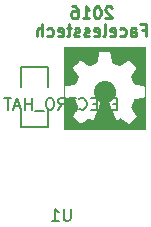
<source format=gbo>
G04 (created by PCBNEW (22-Jun-2014 BZR 4027)-stable) date Wed 16 Nov 2016 17:23:24 GMT*
%MOIN*%
G04 Gerber Fmt 3.4, Leading zero omitted, Abs format*
%FSLAX34Y34*%
G01*
G70*
G90*
G04 APERTURE LIST*
%ADD10C,0.00590551*%
%ADD11C,0.00984252*%
%ADD12C,0.005*%
%ADD13C,0.0001*%
G04 APERTURE END LIST*
G54D10*
G54D11*
X80174Y-50553D02*
X80156Y-50534D01*
X80118Y-50515D01*
X80024Y-50515D01*
X79987Y-50534D01*
X79968Y-50553D01*
X79949Y-50590D01*
X79949Y-50628D01*
X79968Y-50684D01*
X80193Y-50909D01*
X79949Y-50909D01*
X79706Y-50515D02*
X79668Y-50515D01*
X79631Y-50534D01*
X79612Y-50553D01*
X79593Y-50590D01*
X79574Y-50665D01*
X79574Y-50759D01*
X79593Y-50834D01*
X79612Y-50871D01*
X79631Y-50890D01*
X79668Y-50909D01*
X79706Y-50909D01*
X79743Y-50890D01*
X79762Y-50871D01*
X79781Y-50834D01*
X79799Y-50759D01*
X79799Y-50665D01*
X79781Y-50590D01*
X79762Y-50553D01*
X79743Y-50534D01*
X79706Y-50515D01*
X79200Y-50909D02*
X79425Y-50909D01*
X79312Y-50909D02*
X79312Y-50515D01*
X79350Y-50571D01*
X79387Y-50609D01*
X79425Y-50628D01*
X78862Y-50515D02*
X78937Y-50515D01*
X78975Y-50534D01*
X78993Y-50553D01*
X79031Y-50609D01*
X79050Y-50684D01*
X79050Y-50834D01*
X79031Y-50871D01*
X79012Y-50890D01*
X78975Y-50909D01*
X78900Y-50909D01*
X78862Y-50890D01*
X78843Y-50871D01*
X78825Y-50834D01*
X78825Y-50740D01*
X78843Y-50703D01*
X78862Y-50684D01*
X78900Y-50665D01*
X78975Y-50665D01*
X79012Y-50684D01*
X79031Y-50703D01*
X79050Y-50740D01*
X81177Y-51303D02*
X81309Y-51303D01*
X81309Y-51509D02*
X81309Y-51115D01*
X81121Y-51115D01*
X80802Y-51509D02*
X80802Y-51303D01*
X80821Y-51265D01*
X80859Y-51246D01*
X80934Y-51246D01*
X80971Y-51265D01*
X80802Y-51490D02*
X80840Y-51509D01*
X80934Y-51509D01*
X80971Y-51490D01*
X80990Y-51453D01*
X80990Y-51415D01*
X80971Y-51378D01*
X80934Y-51359D01*
X80840Y-51359D01*
X80802Y-51340D01*
X80446Y-51490D02*
X80484Y-51509D01*
X80559Y-51509D01*
X80596Y-51490D01*
X80615Y-51471D01*
X80634Y-51434D01*
X80634Y-51321D01*
X80615Y-51284D01*
X80596Y-51265D01*
X80559Y-51246D01*
X80484Y-51246D01*
X80446Y-51265D01*
X80128Y-51490D02*
X80165Y-51509D01*
X80240Y-51509D01*
X80278Y-51490D01*
X80296Y-51453D01*
X80296Y-51303D01*
X80278Y-51265D01*
X80240Y-51246D01*
X80165Y-51246D01*
X80128Y-51265D01*
X80109Y-51303D01*
X80109Y-51340D01*
X80296Y-51378D01*
X79884Y-51509D02*
X79921Y-51490D01*
X79940Y-51453D01*
X79940Y-51115D01*
X79584Y-51490D02*
X79621Y-51509D01*
X79696Y-51509D01*
X79734Y-51490D01*
X79753Y-51453D01*
X79753Y-51303D01*
X79734Y-51265D01*
X79696Y-51246D01*
X79621Y-51246D01*
X79584Y-51265D01*
X79565Y-51303D01*
X79565Y-51340D01*
X79753Y-51378D01*
X79415Y-51490D02*
X79378Y-51509D01*
X79303Y-51509D01*
X79265Y-51490D01*
X79246Y-51453D01*
X79246Y-51434D01*
X79265Y-51396D01*
X79303Y-51378D01*
X79359Y-51378D01*
X79396Y-51359D01*
X79415Y-51321D01*
X79415Y-51303D01*
X79396Y-51265D01*
X79359Y-51246D01*
X79303Y-51246D01*
X79265Y-51265D01*
X79096Y-51490D02*
X79059Y-51509D01*
X78984Y-51509D01*
X78946Y-51490D01*
X78928Y-51453D01*
X78928Y-51434D01*
X78946Y-51396D01*
X78984Y-51378D01*
X79040Y-51378D01*
X79078Y-51359D01*
X79096Y-51321D01*
X79096Y-51303D01*
X79078Y-51265D01*
X79040Y-51246D01*
X78984Y-51246D01*
X78946Y-51265D01*
X78815Y-51246D02*
X78665Y-51246D01*
X78759Y-51115D02*
X78759Y-51453D01*
X78740Y-51490D01*
X78703Y-51509D01*
X78665Y-51509D01*
X78384Y-51490D02*
X78422Y-51509D01*
X78497Y-51509D01*
X78534Y-51490D01*
X78553Y-51453D01*
X78553Y-51303D01*
X78534Y-51265D01*
X78497Y-51246D01*
X78422Y-51246D01*
X78384Y-51265D01*
X78365Y-51303D01*
X78365Y-51340D01*
X78553Y-51378D01*
X78028Y-51490D02*
X78065Y-51509D01*
X78140Y-51509D01*
X78178Y-51490D01*
X78197Y-51471D01*
X78215Y-51434D01*
X78215Y-51321D01*
X78197Y-51284D01*
X78178Y-51265D01*
X78140Y-51246D01*
X78065Y-51246D01*
X78028Y-51265D01*
X77859Y-51509D02*
X77859Y-51115D01*
X77690Y-51509D02*
X77690Y-51303D01*
X77709Y-51265D01*
X77747Y-51246D01*
X77803Y-51246D01*
X77840Y-51265D01*
X77859Y-51284D01*
G54D12*
X78050Y-54550D02*
X77150Y-54550D01*
X77150Y-54550D02*
X77150Y-53900D01*
X78050Y-53200D02*
X78050Y-52550D01*
X78050Y-52550D02*
X77150Y-52550D01*
X77150Y-52550D02*
X77150Y-53200D01*
X78050Y-53900D02*
X78050Y-54550D01*
G54D13*
G36*
X78572Y-54628D02*
X78615Y-54628D01*
X78615Y-53420D01*
X78615Y-53366D01*
X78615Y-53309D01*
X78615Y-53265D01*
X78616Y-53232D01*
X78617Y-53209D01*
X78619Y-53194D01*
X78621Y-53185D01*
X78624Y-53182D01*
X78634Y-53180D01*
X78655Y-53175D01*
X78686Y-53169D01*
X78725Y-53161D01*
X78769Y-53153D01*
X78798Y-53148D01*
X78844Y-53139D01*
X78886Y-53131D01*
X78921Y-53124D01*
X78947Y-53118D01*
X78962Y-53115D01*
X78966Y-53113D01*
X78970Y-53105D01*
X78979Y-53086D01*
X78991Y-53059D01*
X79005Y-53027D01*
X79020Y-52992D01*
X79035Y-52956D01*
X79049Y-52922D01*
X79061Y-52893D01*
X79069Y-52871D01*
X79074Y-52858D01*
X79074Y-52857D01*
X79070Y-52847D01*
X79060Y-52828D01*
X79044Y-52804D01*
X79029Y-52781D01*
X78985Y-52719D01*
X78950Y-52667D01*
X78923Y-52626D01*
X78903Y-52595D01*
X78890Y-52573D01*
X78884Y-52560D01*
X78883Y-52558D01*
X78888Y-52550D01*
X78901Y-52534D01*
X78921Y-52512D01*
X78947Y-52485D01*
X78975Y-52455D01*
X79006Y-52424D01*
X79037Y-52393D01*
X79066Y-52364D01*
X79092Y-52339D01*
X79113Y-52319D01*
X79128Y-52307D01*
X79134Y-52303D01*
X79142Y-52307D01*
X79160Y-52318D01*
X79186Y-52334D01*
X79218Y-52356D01*
X79256Y-52381D01*
X79286Y-52402D01*
X79327Y-52429D01*
X79363Y-52454D01*
X79394Y-52474D01*
X79418Y-52489D01*
X79434Y-52498D01*
X79439Y-52501D01*
X79449Y-52498D01*
X79470Y-52491D01*
X79498Y-52480D01*
X79531Y-52466D01*
X79567Y-52452D01*
X79602Y-52436D01*
X79634Y-52422D01*
X79661Y-52409D01*
X79680Y-52400D01*
X79689Y-52394D01*
X79689Y-52394D01*
X79692Y-52384D01*
X79697Y-52363D01*
X79703Y-52332D01*
X79711Y-52293D01*
X79719Y-52249D01*
X79724Y-52225D01*
X79732Y-52179D01*
X79741Y-52136D01*
X79748Y-52100D01*
X79754Y-52072D01*
X79758Y-52054D01*
X79759Y-52050D01*
X79762Y-52045D01*
X79765Y-52042D01*
X79772Y-52039D01*
X79783Y-52037D01*
X79800Y-52036D01*
X79825Y-52035D01*
X79860Y-52035D01*
X79906Y-52034D01*
X79942Y-52034D01*
X79993Y-52035D01*
X80038Y-52035D01*
X80075Y-52037D01*
X80103Y-52038D01*
X80119Y-52040D01*
X80123Y-52041D01*
X80125Y-52049D01*
X80130Y-52070D01*
X80136Y-52100D01*
X80144Y-52139D01*
X80152Y-52183D01*
X80159Y-52220D01*
X80168Y-52267D01*
X80177Y-52311D01*
X80185Y-52348D01*
X80192Y-52376D01*
X80197Y-52394D01*
X80200Y-52399D01*
X80210Y-52406D01*
X80230Y-52415D01*
X80258Y-52427D01*
X80291Y-52441D01*
X80327Y-52455D01*
X80362Y-52469D01*
X80395Y-52482D01*
X80423Y-52491D01*
X80443Y-52497D01*
X80452Y-52499D01*
X80460Y-52494D01*
X80479Y-52482D01*
X80505Y-52465D01*
X80538Y-52443D01*
X80576Y-52418D01*
X80602Y-52399D01*
X80642Y-52372D01*
X80677Y-52348D01*
X80708Y-52328D01*
X80732Y-52313D01*
X80746Y-52305D01*
X80750Y-52303D01*
X80758Y-52308D01*
X80774Y-52321D01*
X80796Y-52342D01*
X80824Y-52369D01*
X80857Y-52401D01*
X80882Y-52426D01*
X80923Y-52467D01*
X80955Y-52500D01*
X80978Y-52525D01*
X80992Y-52543D01*
X81000Y-52555D01*
X81001Y-52562D01*
X80996Y-52571D01*
X80985Y-52590D01*
X80967Y-52618D01*
X80945Y-52651D01*
X80920Y-52688D01*
X80905Y-52710D01*
X80879Y-52749D01*
X80855Y-52785D01*
X80835Y-52816D01*
X80821Y-52839D01*
X80813Y-52854D01*
X80812Y-52858D01*
X80815Y-52868D01*
X80822Y-52888D01*
X80833Y-52916D01*
X80847Y-52949D01*
X80861Y-52985D01*
X80876Y-53021D01*
X80891Y-53053D01*
X80903Y-53081D01*
X80913Y-53101D01*
X80918Y-53111D01*
X80918Y-53111D01*
X80927Y-53114D01*
X80947Y-53119D01*
X80977Y-53126D01*
X81015Y-53134D01*
X81059Y-53142D01*
X81088Y-53148D01*
X81135Y-53157D01*
X81177Y-53165D01*
X81213Y-53172D01*
X81241Y-53177D01*
X81258Y-53181D01*
X81262Y-53182D01*
X81265Y-53190D01*
X81268Y-53210D01*
X81269Y-53239D01*
X81271Y-53275D01*
X81272Y-53317D01*
X81272Y-53360D01*
X81272Y-53404D01*
X81272Y-53446D01*
X81270Y-53483D01*
X81268Y-53514D01*
X81266Y-53535D01*
X81263Y-53545D01*
X81263Y-53545D01*
X81253Y-53548D01*
X81232Y-53553D01*
X81202Y-53560D01*
X81163Y-53568D01*
X81119Y-53576D01*
X81095Y-53581D01*
X81050Y-53589D01*
X81008Y-53598D01*
X80973Y-53606D01*
X80947Y-53612D01*
X80931Y-53617D01*
X80928Y-53619D01*
X80923Y-53628D01*
X80914Y-53648D01*
X80902Y-53676D01*
X80887Y-53709D01*
X80873Y-53746D01*
X80858Y-53783D01*
X80844Y-53818D01*
X80832Y-53848D01*
X80824Y-53872D01*
X80820Y-53886D01*
X80819Y-53888D01*
X80823Y-53896D01*
X80834Y-53914D01*
X80851Y-53940D01*
X80872Y-53972D01*
X80897Y-54009D01*
X80911Y-54029D01*
X80938Y-54068D01*
X80961Y-54103D01*
X80980Y-54134D01*
X80994Y-54157D01*
X81002Y-54171D01*
X81003Y-54175D01*
X80998Y-54182D01*
X80985Y-54198D01*
X80965Y-54220D01*
X80940Y-54247D01*
X80911Y-54277D01*
X80881Y-54308D01*
X80850Y-54339D01*
X80821Y-54368D01*
X80795Y-54393D01*
X80774Y-54413D01*
X80760Y-54426D01*
X80753Y-54430D01*
X80746Y-54426D01*
X80729Y-54416D01*
X80704Y-54399D01*
X80672Y-54378D01*
X80636Y-54353D01*
X80614Y-54338D01*
X80575Y-54312D01*
X80540Y-54289D01*
X80510Y-54269D01*
X80487Y-54255D01*
X80473Y-54247D01*
X80470Y-54246D01*
X80460Y-54249D01*
X80441Y-54258D01*
X80416Y-54270D01*
X80399Y-54279D01*
X80369Y-54294D01*
X80349Y-54303D01*
X80334Y-54303D01*
X80323Y-54294D01*
X80313Y-54275D01*
X80300Y-54243D01*
X80298Y-54239D01*
X80290Y-54220D01*
X80278Y-54189D01*
X80262Y-54150D01*
X80243Y-54103D01*
X80221Y-54052D01*
X80199Y-53997D01*
X80184Y-53962D01*
X80162Y-53909D01*
X80142Y-53859D01*
X80125Y-53816D01*
X80110Y-53779D01*
X80099Y-53751D01*
X80093Y-53733D01*
X80091Y-53728D01*
X80097Y-53719D01*
X80111Y-53705D01*
X80132Y-53688D01*
X80141Y-53681D01*
X80200Y-53632D01*
X80245Y-53580D01*
X80278Y-53525D01*
X80299Y-53465D01*
X80309Y-53398D01*
X80310Y-53362D01*
X80304Y-53290D01*
X80285Y-53224D01*
X80252Y-53163D01*
X80207Y-53108D01*
X80190Y-53092D01*
X80133Y-53050D01*
X80071Y-53020D01*
X80006Y-53002D01*
X79940Y-52997D01*
X79873Y-53003D01*
X79809Y-53022D01*
X79748Y-53052D01*
X79693Y-53095D01*
X79674Y-53113D01*
X79629Y-53170D01*
X79598Y-53230D01*
X79579Y-53295D01*
X79573Y-53366D01*
X79573Y-53367D01*
X79580Y-53438D01*
X79599Y-53505D01*
X79631Y-53566D01*
X79677Y-53622D01*
X79735Y-53674D01*
X79751Y-53686D01*
X79772Y-53702D01*
X79787Y-53716D01*
X79794Y-53726D01*
X79795Y-53727D01*
X79792Y-53737D01*
X79785Y-53757D01*
X79774Y-53784D01*
X79761Y-53816D01*
X79760Y-53820D01*
X79748Y-53849D01*
X79731Y-53888D01*
X79712Y-53935D01*
X79690Y-53987D01*
X79667Y-54042D01*
X79645Y-54097D01*
X79643Y-54101D01*
X79622Y-54151D01*
X79603Y-54196D01*
X79586Y-54236D01*
X79572Y-54268D01*
X79562Y-54291D01*
X79556Y-54304D01*
X79555Y-54305D01*
X79546Y-54305D01*
X79528Y-54298D01*
X79502Y-54287D01*
X79486Y-54279D01*
X79458Y-54265D01*
X79435Y-54254D01*
X79419Y-54247D01*
X79414Y-54246D01*
X79406Y-54250D01*
X79388Y-54261D01*
X79362Y-54277D01*
X79330Y-54298D01*
X79294Y-54323D01*
X79283Y-54330D01*
X79246Y-54356D01*
X79211Y-54379D01*
X79182Y-54399D01*
X79160Y-54413D01*
X79147Y-54422D01*
X79145Y-54423D01*
X79139Y-54425D01*
X79133Y-54424D01*
X79125Y-54420D01*
X79113Y-54412D01*
X79097Y-54397D01*
X79074Y-54376D01*
X79045Y-54347D01*
X79006Y-54309D01*
X79006Y-54309D01*
X78970Y-54272D01*
X78938Y-54239D01*
X78913Y-54212D01*
X78894Y-54190D01*
X78885Y-54177D01*
X78883Y-54174D01*
X78887Y-54164D01*
X78898Y-54145D01*
X78914Y-54118D01*
X78936Y-54085D01*
X78961Y-54048D01*
X78975Y-54027D01*
X79001Y-53989D01*
X79024Y-53954D01*
X79044Y-53925D01*
X79058Y-53903D01*
X79066Y-53890D01*
X79067Y-53888D01*
X79064Y-53879D01*
X79057Y-53859D01*
X79046Y-53832D01*
X79034Y-53799D01*
X79019Y-53763D01*
X79004Y-53727D01*
X78990Y-53692D01*
X78977Y-53661D01*
X78967Y-53638D01*
X78960Y-53624D01*
X78959Y-53622D01*
X78953Y-53617D01*
X78940Y-53613D01*
X78920Y-53607D01*
X78891Y-53600D01*
X78853Y-53592D01*
X78803Y-53583D01*
X78741Y-53571D01*
X78703Y-53564D01*
X78673Y-53559D01*
X78648Y-53554D01*
X78631Y-53550D01*
X78627Y-53549D01*
X78623Y-53547D01*
X78620Y-53543D01*
X78618Y-53533D01*
X78617Y-53518D01*
X78616Y-53495D01*
X78615Y-53463D01*
X78615Y-53420D01*
X78615Y-54628D01*
X79950Y-54628D01*
X81328Y-54628D01*
X81328Y-53250D01*
X81328Y-51872D01*
X79950Y-51872D01*
X78572Y-51872D01*
X78572Y-53250D01*
X78572Y-54628D01*
X78572Y-54628D01*
X78572Y-54628D01*
G37*
G54D10*
X78799Y-57265D02*
X78799Y-57584D01*
X78781Y-57621D01*
X78762Y-57640D01*
X78724Y-57659D01*
X78649Y-57659D01*
X78612Y-57640D01*
X78593Y-57621D01*
X78574Y-57584D01*
X78574Y-57265D01*
X78181Y-57659D02*
X78406Y-57659D01*
X78293Y-57659D02*
X78293Y-57265D01*
X78331Y-57321D01*
X78368Y-57359D01*
X78406Y-57378D01*
X80346Y-53753D02*
X80215Y-53753D01*
X80159Y-53959D02*
X80346Y-53959D01*
X80346Y-53565D01*
X80159Y-53565D01*
X79802Y-53959D02*
X79990Y-53959D01*
X79990Y-53565D01*
X79671Y-53753D02*
X79540Y-53753D01*
X79484Y-53959D02*
X79671Y-53959D01*
X79671Y-53565D01*
X79484Y-53565D01*
X79090Y-53921D02*
X79109Y-53940D01*
X79165Y-53959D01*
X79203Y-53959D01*
X79259Y-53940D01*
X79296Y-53903D01*
X79315Y-53865D01*
X79334Y-53790D01*
X79334Y-53734D01*
X79315Y-53659D01*
X79296Y-53621D01*
X79259Y-53584D01*
X79203Y-53565D01*
X79165Y-53565D01*
X79109Y-53584D01*
X79090Y-53603D01*
X78978Y-53565D02*
X78753Y-53565D01*
X78865Y-53959D02*
X78865Y-53565D01*
X78396Y-53959D02*
X78528Y-53771D01*
X78621Y-53959D02*
X78621Y-53565D01*
X78471Y-53565D01*
X78434Y-53584D01*
X78415Y-53603D01*
X78396Y-53640D01*
X78396Y-53696D01*
X78415Y-53734D01*
X78434Y-53753D01*
X78471Y-53771D01*
X78621Y-53771D01*
X78153Y-53565D02*
X78078Y-53565D01*
X78040Y-53584D01*
X78003Y-53621D01*
X77984Y-53696D01*
X77984Y-53828D01*
X78003Y-53903D01*
X78040Y-53940D01*
X78078Y-53959D01*
X78153Y-53959D01*
X78190Y-53940D01*
X78228Y-53903D01*
X78246Y-53828D01*
X78246Y-53696D01*
X78228Y-53621D01*
X78190Y-53584D01*
X78153Y-53565D01*
X77909Y-53996D02*
X77609Y-53996D01*
X77515Y-53959D02*
X77515Y-53565D01*
X77515Y-53753D02*
X77290Y-53753D01*
X77290Y-53959D02*
X77290Y-53565D01*
X77122Y-53846D02*
X76934Y-53846D01*
X77159Y-53959D02*
X77028Y-53565D01*
X76897Y-53959D01*
X76822Y-53565D02*
X76597Y-53565D01*
X76709Y-53959D02*
X76709Y-53565D01*
M02*

</source>
